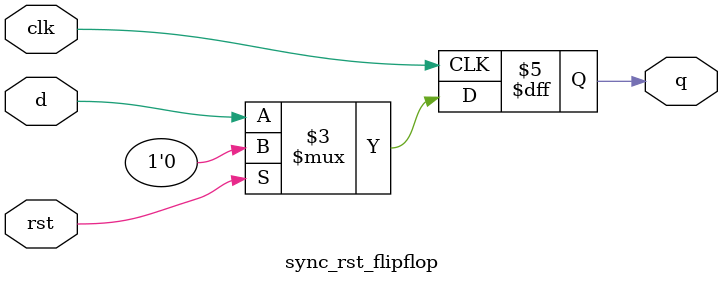
<source format=v>
module sync_rst_flipflop (

input wire clk,

input wire rst,

// Clock input

input wire d,

// Synchronous reset (active high)

output reg q

// Data input

);


always @(posedge clk) begin

if (rst)

q <= 1'b0;

else


q <= d;

// Otherwise, capture data input

end

endmodule

</source>
